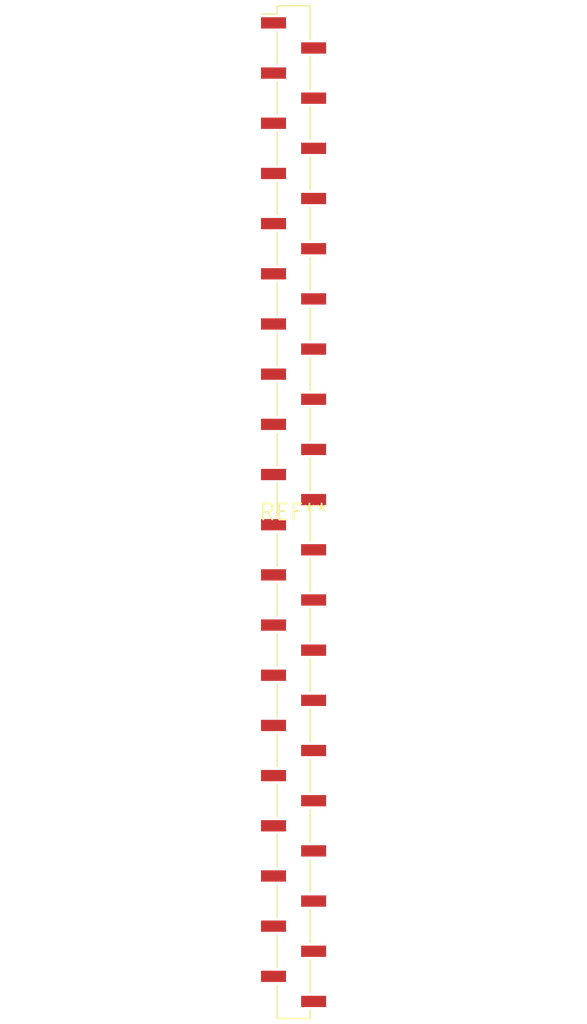
<source format=kicad_pcb>
(kicad_pcb (version 20240108) (generator pcbnew)
  (layers (0 "F.Cu" signal) (31 "B.Cu" signal) (34 "B.Paste" user) (35 "F.Paste" user) (36 "B.SilkS" user "B.Silkscreen") (37 "F.SilkS" user "F.Silkscreen") (38 "B.Mask" user) (39 "F.Mask" user) (44 "Edge.Cuts" user))
  (net 0 "")
  (footprint "PinSocket_1x40_P2.00mm_Vertical_SMD_Pin1Left" (layer "F.Cu") (at 0 0)
    (property "Reference" "REF**")
    (property "Value" "PinSocket_1x40_P2.00mm_Vertical_SMD_Pin1Left")
    (fp_line (start -2.54 -39.71) (end -1.31 -39.71) (layer "F.SilkS") (stroke (width 0.12)))
    (fp_line (start -1.31 -40.36) (end -1.31 -39.71) (layer "F.SilkS") (stroke (width 0.12)))
    (fp_line (start -1.31 -40.36) (end 1.31 -40.36) (layer "F.SilkS") (stroke (width 0.12)))
    (fp_line (start -1.31 -38.29) (end -1.31 -35.71) (layer "F.SilkS") (stroke (width 0.12)))
    (fp_line (start -1.31 -34.29) (end -1.31 -31.71) (layer "F.SilkS") (stroke (width 0.12)))
    (fp_line (start -1.31 -30.29) (end -1.31 -27.71) (layer "F.SilkS") (stroke (width 0.12)))
    (fp_line (start -1.31 -26.29) (end -1.31 -23.71) (layer "F.SilkS") (stroke (width 0.12)))
    (fp_line (start -1.31 -22.29) (end -1.31 -19.71) (layer "F.SilkS") (stroke (width 0.12)))
    (fp_line (start -1.31 -18.29) (end -1.31 -15.71) (layer "F.SilkS") (stroke (width 0.12)))
    (fp_line (start -1.31 -14.29) (end -1.31 -11.71) (layer "F.SilkS") (stroke (width 0.12)))
    (fp_line (start -1.31 -10.29) (end -1.31 -7.71) (layer "F.SilkS") (stroke (width 0.12)))
    (fp_line (start -1.31 -6.29) (end -1.31 -3.71) (layer "F.SilkS") (stroke (width 0.12)))
    (fp_line (start -1.31 -2.29) (end -1.31 0.29) (layer "F.SilkS") (stroke (width 0.12)))
    (fp_line (start -1.31 1.71) (end -1.31 4.29) (layer "F.SilkS") (stroke (width 0.12)))
    (fp_line (start -1.31 5.71) (end -1.31 8.29) (layer "F.SilkS") (stroke (width 0.12)))
    (fp_line (start -1.31 9.71) (end -1.31 12.29) (layer "F.SilkS") (stroke (width 0.12)))
    (fp_line (start -1.31 13.71) (end -1.31 16.29) (layer "F.SilkS") (stroke (width 0.12)))
    (fp_line (start -1.31 17.71) (end -1.31 20.29) (layer "F.SilkS") (stroke (width 0.12)))
    (fp_line (start -1.31 21.71) (end -1.31 24.29) (layer "F.SilkS") (stroke (width 0.12)))
    (fp_line (start -1.31 25.71) (end -1.31 28.29) (layer "F.SilkS") (stroke (width 0.12)))
    (fp_line (start -1.31 29.71) (end -1.31 32.29) (layer "F.SilkS") (stroke (width 0.12)))
    (fp_line (start -1.31 33.71) (end -1.31 36.29) (layer "F.SilkS") (stroke (width 0.12)))
    (fp_line (start -1.31 37.71) (end -1.31 40.36) (layer "F.SilkS") (stroke (width 0.12)))
    (fp_line (start -1.31 40.36) (end 1.31 40.36) (layer "F.SilkS") (stroke (width 0.12)))
    (fp_line (start 1.31 -40.36) (end 1.31 -37.71) (layer "F.SilkS") (stroke (width 0.12)))
    (fp_line (start 1.31 -36.29) (end 1.31 -33.71) (layer "F.SilkS") (stroke (width 0.12)))
    (fp_line (start 1.31 -32.29) (end 1.31 -29.71) (layer "F.SilkS") (stroke (width 0.12)))
    (fp_line (start 1.31 -28.29) (end 1.31 -25.71) (layer "F.SilkS") (stroke (width 0.12)))
    (fp_line (start 1.31 -24.29) (end 1.31 -21.71) (layer "F.SilkS") (stroke (width 0.12)))
    (fp_line (start 1.31 -20.29) (end 1.31 -17.71) (layer "F.SilkS") (stroke (width 0.12)))
    (fp_line (start 1.31 -16.29) (end 1.31 -13.71) (layer "F.SilkS") (stroke (width 0.12)))
    (fp_line (start 1.31 -12.29) (end 1.31 -9.71) (layer "F.SilkS") (stroke (width 0.12)))
    (fp_line (start 1.31 -8.29) (end 1.31 -5.71) (layer "F.SilkS") (stroke (width 0.12)))
    (fp_line (start 1.31 -4.29) (end 1.31 -1.71) (layer "F.SilkS") (stroke (width 0.12)))
    (fp_line (start 1.31 -0.29) (end 1.31 2.29) (layer "F.SilkS") (stroke (width 0.12)))
    (fp_line (start 1.31 3.71) (end 1.31 6.29) (layer "F.SilkS") (stroke (width 0.12)))
    (fp_line (start 1.31 7.71) (end 1.31 10.29) (layer "F.SilkS") (stroke (width 0.12)))
    (fp_line (start 1.31 11.71) (end 1.31 14.29) (layer "F.SilkS") (stroke (width 0.12)))
    (fp_line (start 1.31 15.71) (end 1.31 18.29) (layer "F.SilkS") (stroke (width 0.12)))
    (fp_line (start 1.31 19.71) (end 1.31 22.29) (layer "F.SilkS") (stroke (width 0.12)))
    (fp_line (start 1.31 23.71) (end 1.31 26.29) (layer "F.SilkS") (stroke (width 0.12)))
    (fp_line (start 1.31 27.71) (end 1.31 30.29) (layer "F.SilkS") (stroke (width 0.12)))
    (fp_line (start 1.31 31.71) (end 1.31 34.29) (layer "F.SilkS") (stroke (width 0.12)))
    (fp_line (start 1.31 35.71) (end 1.31 38.29) (layer "F.SilkS") (stroke (width 0.12)))
    (fp_line (start 1.31 39.71) (end 1.31 40.36) (layer "F.SilkS") (stroke (width 0.12)))
    (pad "1" smd rect (at -1.6 -39) (size 2 0.9) (layers "F.Cu" "F.Paste" "F.Mask"))
    (pad "2" smd rect (at 1.6 -37) (size 2 0.9) (layers "F.Cu" "F.Paste" "F.Mask"))
    (pad "3" smd rect (at -1.6 -35) (size 2 0.9) (layers "F.Cu" "F.Paste" "F.Mask"))
    (pad "4" smd rect (at 1.6 -33) (size 2 0.9) (layers "F.Cu" "F.Paste" "F.Mask"))
    (pad "5" smd rect (at -1.6 -31) (size 2 0.9) (layers "F.Cu" "F.Paste" "F.Mask"))
    (pad "6" smd rect (at 1.6 -29) (size 2 0.9) (layers "F.Cu" "F.Paste" "F.Mask"))
    (pad "7" smd rect (at -1.6 -27) (size 2 0.9) (layers "F.Cu" "F.Paste" "F.Mask"))
    (pad "8" smd rect (at 1.6 -25) (size 2 0.9) (layers "F.Cu" "F.Paste" "F.Mask"))
    (pad "9" smd rect (at -1.6 -23) (size 2 0.9) (layers "F.Cu" "F.Paste" "F.Mask"))
    (pad "10" smd rect (at 1.6 -21) (size 2 0.9) (layers "F.Cu" "F.Paste" "F.Mask"))
    (pad "11" smd rect (at -1.6 -19) (size 2 0.9) (layers "F.Cu" "F.Paste" "F.Mask"))
    (pad "12" smd rect (at 1.6 -17) (size 2 0.9) (layers "F.Cu" "F.Paste" "F.Mask"))
    (pad "13" smd rect (at -1.6 -15) (size 2 0.9) (layers "F.Cu" "F.Paste" "F.Mask"))
    (pad "14" smd rect (at 1.6 -13) (size 2 0.9) (layers "F.Cu" "F.Paste" "F.Mask"))
    (pad "15" smd rect (at -1.6 -11) (size 2 0.9) (layers "F.Cu" "F.Paste" "F.Mask"))
    (pad "16" smd rect (at 1.6 -9) (size 2 0.9) (layers "F.Cu" "F.Paste" "F.Mask"))
    (pad "17" smd rect (at -1.6 -7) (size 2 0.9) (layers "F.Cu" "F.Paste" "F.Mask"))
    (pad "18" smd rect (at 1.6 -5) (size 2 0.9) (layers "F.Cu" "F.Paste" "F.Mask"))
    (pad "19" smd rect (at -1.6 -3) (size 2 0.9) (layers "F.Cu" "F.Paste" "F.Mask"))
    (pad "20" smd rect (at 1.6 -1) (size 2 0.9) (layers "F.Cu" "F.Paste" "F.Mask"))
    (pad "21" smd rect (at -1.6 1) (size 2 0.9) (layers "F.Cu" "F.Paste" "F.Mask"))
    (pad "22" smd rect (at 1.6 3) (size 2 0.9) (layers "F.Cu" "F.Paste" "F.Mask"))
    (pad "23" smd rect (at -1.6 5) (size 2 0.9) (layers "F.Cu" "F.Paste" "F.Mask"))
    (pad "24" smd rect (at 1.6 7) (size 2 0.9) (layers "F.Cu" "F.Paste" "F.Mask"))
    (pad "25" smd rect (at -1.6 9) (size 2 0.9) (layers "F.Cu" "F.Paste" "F.Mask"))
    (pad "26" smd rect (at 1.6 11) (size 2 0.9) (layers "F.Cu" "F.Paste" "F.Mask"))
    (pad "27" smd rect (at -1.6 13) (size 2 0.9) (layers "F.Cu" "F.Paste" "F.Mask"))
    (pad "28" smd rect (at 1.6 15) (size 2 0.9) (layers "F.Cu" "F.Paste" "F.Mask"))
    (pad "29" smd rect (at -1.6 17) (size 2 0.9) (layers "F.Cu" "F.Paste" "F.Mask"))
    (pad "30" smd rect (at 1.6 19) (size 2 0.9) (layers "F.Cu" "F.Paste" "F.Mask"))
    (pad "31" smd rect (at -1.6 21) (size 2 0.9) (layers "F.Cu" "F.Paste" "F.Mask"))
    (pad "32" smd rect (at 1.6 23) (size 2 0.9) (layers "F.Cu" "F.Paste" "F.Mask"))
    (pad "33" smd rect (at -1.6 25) (size 2 0.9) (layers "F.Cu" "F.Paste" "F.Mask"))
    (pad "34" smd rect (at 1.6 27) (size 2 0.9) (layers "F.Cu" "F.Paste" "F.Mask"))
    (pad "35" smd rect (at -1.6 29) (size 2 0.9) (layers "F.Cu" "F.Paste" "F.Mask"))
    (pad "36" smd rect (at 1.6 31) (size 2 0.9) (layers "F.Cu" "F.Paste" "F.Mask"))
    (pad "37" smd rect (at -1.6 33) (size 2 0.9) (layers "F.Cu" "F.Paste" "F.Mask"))
    (pad "38" smd rect (at 1.6 35) (size 2 0.9) (layers "F.Cu" "F.Paste" "F.Mask"))
    (pad "39" smd rect (at -1.6 37) (size 2 0.9) (layers "F.Cu" "F.Paste" "F.Mask"))
    (pad "40" smd rect (at 1.6 39) (size 2 0.9) (layers "F.Cu" "F.Paste" "F.Mask"))
  )
)
</source>
